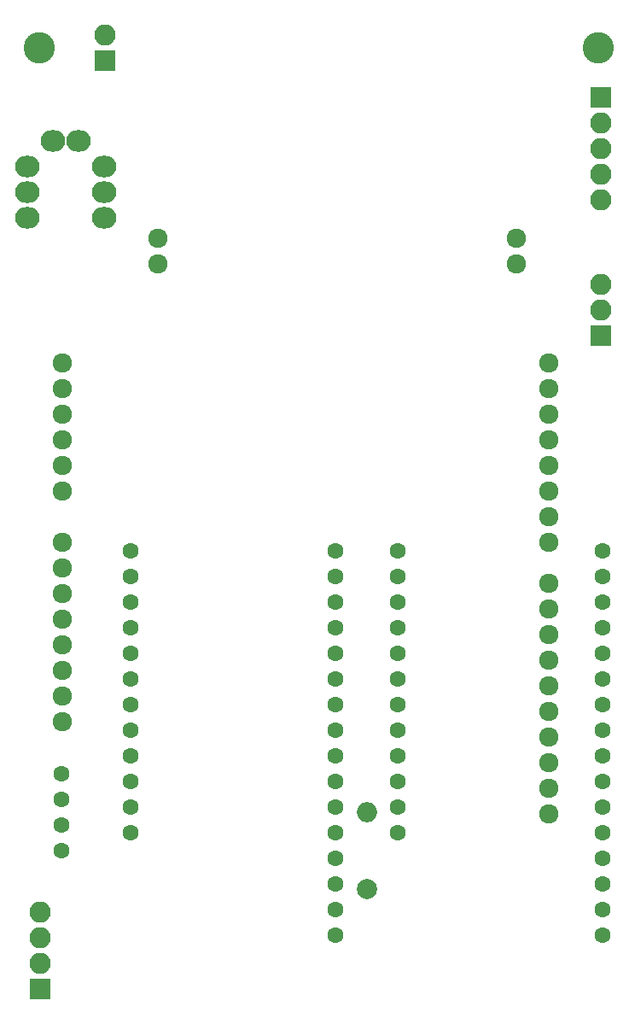
<source format=gbr>
G04 #@! TF.FileFunction,Soldermask,Bot*
%FSLAX46Y46*%
G04 Gerber Fmt 4.6, Leading zero omitted, Abs format (unit mm)*
G04 Created by KiCad (PCBNEW 4.0.5) date 03/27/17 13:57:13*
%MOMM*%
%LPD*%
G01*
G04 APERTURE LIST*
%ADD10C,0.100000*%
%ADD11C,3.100000*%
%ADD12C,1.600000*%
%ADD13C,1.924000*%
%ADD14R,2.100000X2.100000*%
%ADD15O,2.100000X2.100000*%
%ADD16C,2.000000*%
%ADD17O,2.000000X2.000000*%
%ADD18O,2.432000X2.127200*%
G04 APERTURE END LIST*
D10*
D11*
X53250000Y-53250000D03*
D12*
X82670000Y-141240000D03*
X82670000Y-138700000D03*
X82670000Y-136160000D03*
X82670000Y-133620000D03*
X62350000Y-131080000D03*
X82670000Y-131080000D03*
X62350000Y-128540000D03*
X82670000Y-128540000D03*
X62350000Y-126000000D03*
X82670000Y-126000000D03*
X62350000Y-123460000D03*
X82670000Y-123460000D03*
X62350000Y-120920000D03*
X82670000Y-120920000D03*
X62350000Y-118380000D03*
X82670000Y-118380000D03*
X62350000Y-115840000D03*
X82670000Y-115840000D03*
X62350000Y-113300000D03*
X82670000Y-113300000D03*
X62350000Y-110760000D03*
X82670000Y-110760000D03*
X62350000Y-108220000D03*
X82670000Y-108220000D03*
X62350000Y-105680000D03*
X82670000Y-105680000D03*
X62350000Y-103140000D03*
X82670000Y-103140000D03*
D13*
X65000000Y-74660000D03*
X65000000Y-72120000D03*
X100560000Y-72120000D03*
X100560000Y-74660000D03*
D12*
X109160000Y-141250000D03*
X109160000Y-138710000D03*
X109160000Y-136170000D03*
X109160000Y-133630000D03*
X88840000Y-131090000D03*
X109160000Y-131090000D03*
X88840000Y-128550000D03*
X109160000Y-128550000D03*
X88840000Y-126010000D03*
X109160000Y-126010000D03*
X88840000Y-123470000D03*
X109160000Y-123470000D03*
X88840000Y-120930000D03*
X109160000Y-120930000D03*
X88840000Y-118390000D03*
X109160000Y-118390000D03*
X88840000Y-115850000D03*
X109160000Y-115850000D03*
X88840000Y-113310000D03*
X109160000Y-113310000D03*
X88840000Y-110770000D03*
X109160000Y-110770000D03*
X88840000Y-108230000D03*
X109160000Y-108230000D03*
X88840000Y-105690000D03*
X109160000Y-105690000D03*
X88840000Y-103150000D03*
X109160000Y-103150000D03*
D14*
X109000000Y-58170000D03*
D15*
X109000000Y-60710000D03*
X109000000Y-63250000D03*
X109000000Y-65790000D03*
X109000000Y-68330000D03*
D16*
X85750000Y-136620000D03*
D17*
X85750000Y-129000000D03*
D12*
X55500000Y-125250000D03*
X55500000Y-127790000D03*
X55500000Y-130330000D03*
X55500000Y-132870000D03*
D13*
X55540000Y-84500000D03*
X55540000Y-87040000D03*
X55540000Y-89580000D03*
X55540000Y-97200000D03*
X55540000Y-94660000D03*
X55540000Y-92120000D03*
X55540000Y-102280000D03*
X55540000Y-104820000D03*
X55540000Y-107360000D03*
X55540000Y-112440000D03*
X55540000Y-114980000D03*
X103800000Y-84500000D03*
X103800000Y-87040000D03*
X103800000Y-89580000D03*
X103800000Y-92120000D03*
X103800000Y-94660000D03*
X103800000Y-97200000D03*
X103800000Y-99740000D03*
X103800000Y-102280000D03*
X103800000Y-106344000D03*
X103800000Y-108884000D03*
X103800000Y-111424000D03*
X103800000Y-113964000D03*
X103800000Y-116504000D03*
X103800000Y-119044000D03*
X103800000Y-121584000D03*
X103800000Y-124124000D03*
X55540000Y-109900000D03*
X103800000Y-126664000D03*
X103800000Y-129204000D03*
X55540000Y-117520000D03*
X55540000Y-120060000D03*
D14*
X109000000Y-81750000D03*
D15*
X109000000Y-79210000D03*
X109000000Y-76670000D03*
D14*
X59750000Y-54500000D03*
D15*
X59750000Y-51960000D03*
D11*
X108750000Y-53250000D03*
D18*
X59690000Y-65024000D03*
X59690000Y-67564000D03*
X59690000Y-70104000D03*
X57150000Y-62484000D03*
X54610000Y-62484000D03*
X52070000Y-65024000D03*
X52070000Y-67564000D03*
X52070000Y-70104000D03*
D14*
X53340000Y-146558000D03*
D15*
X53340000Y-144018000D03*
X53340000Y-141478000D03*
X53340000Y-138938000D03*
M02*

</source>
